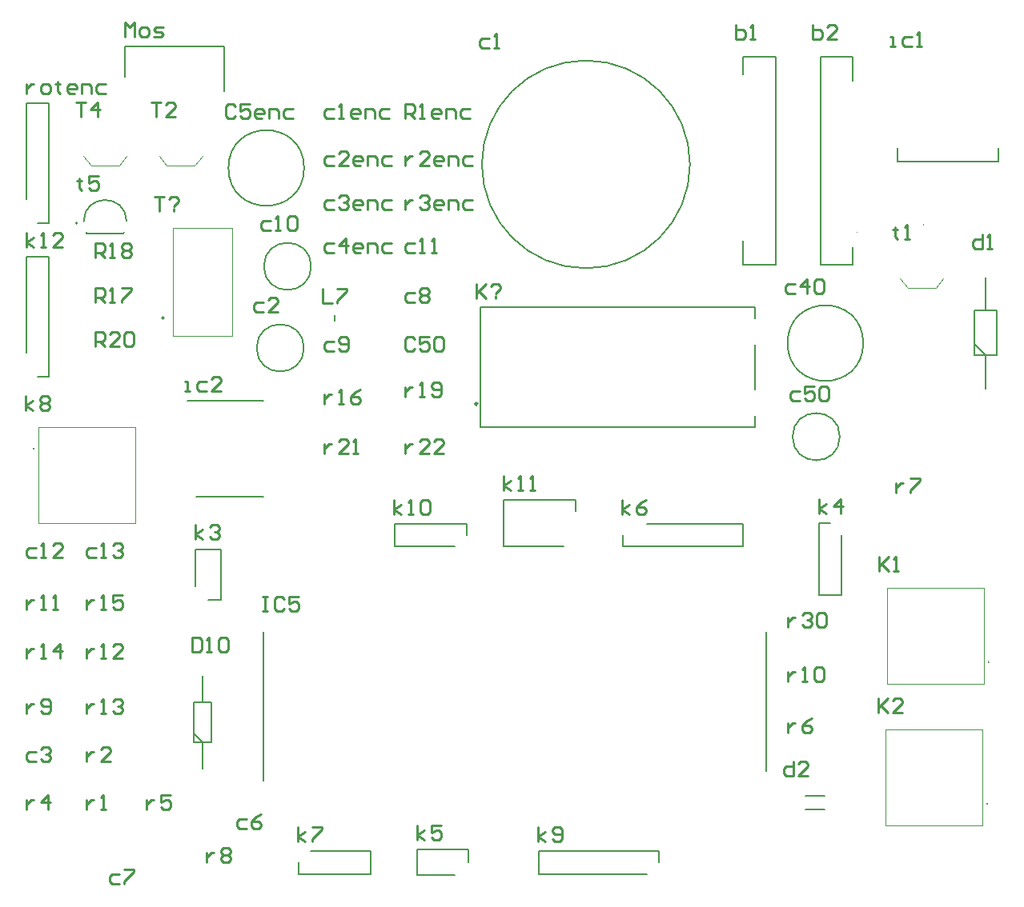
<source format=gbr>
G04*
G04 #@! TF.GenerationSoftware,Altium Limited,Altium Designer,22.4.2 (48)*
G04*
G04 Layer_Color=65535*
%FSLAX25Y25*%
%MOIN*%
G70*
G04*
G04 #@! TF.SameCoordinates,C5E8B2FC-1F32-4D00-A684-16CD1971BE58*
G04*
G04*
G04 #@! TF.FilePolarity,Positive*
G04*
G01*
G75*
%ADD10C,0.00984*%
%ADD11C,0.00787*%
%ADD12C,0.00394*%
%ADD13C,0.00500*%
%ADD14C,0.01000*%
D10*
X296035Y337744D02*
G03*
X296035Y337744I-492J0D01*
G01*
D11*
X384492Y437500D02*
G03*
X384492Y437500I-43307J0D01*
G01*
X226780Y395000D02*
G03*
X226780Y395000I-9843J0D01*
G01*
X223858Y436000D02*
G03*
X223858Y436000I-15748J0D01*
G01*
X223780Y361000D02*
G03*
X223780Y361000I-9843J0D01*
G01*
X508760Y229819D02*
G03*
X508760Y230213I0J197D01*
G01*
D02*
G03*
X508760Y229819I0J-197D01*
G01*
D02*
G03*
X508760Y230213I0J197D01*
G01*
X446906Y324000D02*
G03*
X446906Y324000I-9843J0D01*
G01*
X456638Y363000D02*
G03*
X456638Y363000I-15748J0D01*
G01*
X508260Y170819D02*
G03*
X508260Y171213I0J197D01*
G01*
D02*
G03*
X508260Y170819I0J-197D01*
G01*
D02*
G03*
X508260Y171213I0J197D01*
G01*
X129532Y413000D02*
G03*
X129532Y413000I-394J0D01*
G01*
X111240Y319181D02*
G03*
X111240Y318787I0J-197D01*
G01*
D02*
G03*
X111240Y319181I0J197D01*
G01*
D02*
G03*
X111240Y318787I0J-197D01*
G01*
X164689Y373500D02*
G03*
X165476Y373500I394J0D01*
G01*
D02*
G03*
X164689Y373500I-394J0D01*
G01*
X297413Y378000D02*
X411587D01*
Y328000D02*
Y332823D01*
Y343650D02*
Y362350D01*
Y373177D02*
Y378000D01*
X297413Y328000D02*
X411587D01*
X297413D02*
Y378000D01*
X366500Y287744D02*
X406500D01*
Y278256D02*
Y287744D01*
X356500Y278256D02*
X406500D01*
X356500D02*
Y283000D01*
X321500Y141756D02*
X366500D01*
X321500D02*
Y151244D01*
X371500D01*
Y146500D02*
Y151244D01*
X416248Y184500D02*
Y242500D01*
X206752Y180795D02*
Y242500D01*
X447744Y258000D02*
Y283000D01*
X438256Y258000D02*
X447744D01*
X438256D02*
Y288000D01*
X443000D01*
X261500Y278256D02*
X286500D01*
X261500D02*
Y287744D01*
X291500D01*
Y283000D02*
Y287744D01*
X337000Y293000D02*
Y297508D01*
X307000D02*
X337000D01*
X307000Y278492D02*
Y297508D01*
Y278492D02*
X332000D01*
X226500Y151244D02*
X251500D01*
Y141756D02*
Y151244D01*
X221500Y141756D02*
X251500D01*
X221500D02*
Y146500D01*
X292091D02*
Y151835D01*
X270909D02*
X292091D01*
X270909Y141165D02*
Y151835D01*
Y141165D02*
X286500D01*
X177858Y196665D02*
Y213398D01*
X185142D01*
Y196665D02*
Y213398D01*
X177858Y196665D02*
X185142D01*
X177858Y200307D02*
X181500Y196665D01*
Y185642D02*
Y196665D01*
Y213398D02*
Y224421D01*
X108256Y359000D02*
Y399000D01*
X117744D01*
Y349000D02*
Y399000D01*
X113000Y349000D02*
X117744D01*
X236657Y372319D02*
Y374681D01*
X108256Y423000D02*
Y463000D01*
X117744D01*
Y413000D02*
Y463000D01*
X113000Y413000D02*
X117744D01*
X184000Y255909D02*
X189335D01*
Y277091D01*
X178665D02*
X189335D01*
X178665Y261500D02*
Y277091D01*
X179000Y299000D02*
X207000D01*
X175346Y339000D02*
X207000D01*
X512984Y438563D02*
Y444350D01*
X471016Y438563D02*
X512984D01*
X471016D02*
Y444350D01*
X452362Y395594D02*
Y403016D01*
X438858Y395594D02*
X452362D01*
X438858D02*
Y482406D01*
X452362D01*
Y472307D02*
Y482406D01*
X406638Y474984D02*
Y482406D01*
X420142D01*
Y395594D02*
Y482406D01*
X406638Y395594D02*
X420142D01*
X406638D02*
Y405693D01*
X507500Y376496D02*
Y390374D01*
Y344114D02*
Y357992D01*
X502874Y362618D02*
X507500Y357992D01*
X502874D02*
X512126D01*
Y376496D01*
X502874D02*
X512126D01*
X502874Y357992D02*
Y376496D01*
X432563Y168547D02*
X440437D01*
X432563Y174453D02*
X440437D01*
X149252Y474000D02*
Y486579D01*
X190748D01*
Y468114D02*
Y486579D01*
D12*
X481764Y412461D02*
G03*
X481764Y412067I0J-197D01*
G01*
D02*
G03*
X481764Y412461I0J197D01*
G01*
X453905Y409000D02*
G03*
X454299Y409000I197J0D01*
G01*
D02*
G03*
X453905Y409000I-197J0D01*
G01*
X405094Y469000D02*
G03*
X404701Y469000I-197J0D01*
G01*
D02*
G03*
X405094Y469000I197J0D01*
G01*
X163484Y441055D02*
X166595Y437039D01*
X178405D01*
X181516Y440976D01*
X131984Y441118D02*
X135094Y437102D01*
X146906D01*
X150016Y441039D01*
X471984Y390055D02*
X475095Y386039D01*
X486905D01*
X490016Y389976D01*
X466437Y221000D02*
Y261000D01*
X506791D01*
Y221000D02*
Y261000D01*
X466437Y221000D02*
X506791D01*
X465937Y162000D02*
Y202000D01*
X506291D01*
Y162000D02*
Y202000D01*
X465937Y162000D02*
X506291D01*
X153563Y288000D02*
Y328000D01*
X113209Y288000D02*
X153563D01*
X113209D02*
Y328000D01*
X153563D01*
X169098Y410902D02*
X193902D01*
Y366098D02*
Y410902D01*
X169098Y366098D02*
X193902D01*
X169098D02*
Y410902D01*
D13*
X149908Y413748D02*
G03*
X132092Y413748I-8907J0D01*
G01*
X148608Y408650D02*
X148813Y409457D01*
X133187D02*
X133392Y408650D01*
X148608D01*
D14*
X161600Y423998D02*
X165599D01*
X163599D01*
Y418000D01*
X167598Y422998D02*
X168598Y423998D01*
X170597D01*
X171597Y422998D01*
Y421999D01*
X169597Y419999D01*
Y419000D02*
Y418000D01*
X130400Y431698D02*
Y430699D01*
X129400D01*
X131399D01*
X130400D01*
Y427700D01*
X131399Y426700D01*
X138397Y432698D02*
X134398D01*
Y429699D01*
X136398Y430699D01*
X137397D01*
X138397Y429699D01*
Y427700D01*
X137397Y426700D01*
X135398D01*
X134398Y427700D01*
X128900Y463298D02*
X132899D01*
X130899D01*
Y457300D01*
X137897D02*
Y463298D01*
X134898Y460299D01*
X138897D01*
X160400Y463198D02*
X164399D01*
X162399D01*
Y457200D01*
X170397D02*
X166398D01*
X170397Y461199D01*
Y462198D01*
X169397Y463198D01*
X167398D01*
X166398Y462198D01*
X469900Y411198D02*
Y410199D01*
X468900D01*
X470899D01*
X469900D01*
Y407200D01*
X470899Y406200D01*
X473898D02*
X475898D01*
X474898D01*
Y412198D01*
X473898Y411198D01*
X108200Y471099D02*
Y467100D01*
Y469099D01*
X109200Y470099D01*
X110199Y471099D01*
X111199D01*
X115198Y467100D02*
X117197D01*
X118197Y468100D01*
Y470099D01*
X117197Y471099D01*
X115198D01*
X114198Y470099D01*
Y468100D01*
X115198Y467100D01*
X121196Y472098D02*
Y471099D01*
X120196D01*
X122195D01*
X121196D01*
Y468100D01*
X122195Y467100D01*
X128193D02*
X126194D01*
X125195Y468100D01*
Y470099D01*
X126194Y471099D01*
X128193D01*
X129193Y470099D01*
Y469099D01*
X125195D01*
X131193Y467100D02*
Y471099D01*
X134192D01*
X135191Y470099D01*
Y467100D01*
X141189Y471099D02*
X138190D01*
X137191Y470099D01*
Y468100D01*
X138190Y467100D01*
X141189D01*
X425300Y248599D02*
Y244600D01*
Y246599D01*
X426300Y247599D01*
X427299Y248599D01*
X428299D01*
X431298Y249598D02*
X432298Y250598D01*
X434297D01*
X435297Y249598D01*
Y248599D01*
X434297Y247599D01*
X433297D01*
X434297D01*
X435297Y246599D01*
Y245600D01*
X434297Y244600D01*
X432298D01*
X431298Y245600D01*
X437296Y249598D02*
X438296Y250598D01*
X440295D01*
X441295Y249598D01*
Y245600D01*
X440295Y244600D01*
X438296D01*
X437296Y245600D01*
Y249598D01*
X265800Y321099D02*
Y317100D01*
Y319099D01*
X266800Y320099D01*
X267799Y321099D01*
X268799D01*
X275797Y317100D02*
X271798D01*
X275797Y321099D01*
Y322098D01*
X274797Y323098D01*
X272798D01*
X271798Y322098D01*
X281795Y317100D02*
X277796D01*
X281795Y321099D01*
Y322098D01*
X280795Y323098D01*
X278796D01*
X277796Y322098D01*
X232200Y321099D02*
Y317100D01*
Y319099D01*
X233200Y320099D01*
X234199Y321099D01*
X235199D01*
X242197Y317100D02*
X238198D01*
X242197Y321099D01*
Y322098D01*
X241197Y323098D01*
X239198D01*
X238198Y322098D01*
X244196Y317100D02*
X246196D01*
X245196D01*
Y323098D01*
X244196Y322098D01*
X136800Y361600D02*
Y367598D01*
X139799D01*
X140799Y366598D01*
Y364599D01*
X139799Y363599D01*
X136800D01*
X138799D02*
X140799Y361600D01*
X146797D02*
X142798D01*
X146797Y365599D01*
Y366598D01*
X145797Y367598D01*
X143798D01*
X142798Y366598D01*
X148796D02*
X149796Y367598D01*
X151795D01*
X152795Y366598D01*
Y362600D01*
X151795Y361600D01*
X149796D01*
X148796Y362600D01*
Y366598D01*
X265800Y344599D02*
Y340600D01*
Y342599D01*
X266800Y343599D01*
X267799Y344599D01*
X268799D01*
X271798Y340600D02*
X273797D01*
X272798D01*
Y346598D01*
X271798Y345598D01*
X276796Y341600D02*
X277796Y340600D01*
X279796D01*
X280795Y341600D01*
Y345598D01*
X279796Y346598D01*
X277796D01*
X276796Y345598D01*
Y344599D01*
X277796Y343599D01*
X280795D01*
X136800Y398600D02*
Y404598D01*
X139799D01*
X140799Y403598D01*
Y401599D01*
X139799Y400599D01*
X136800D01*
X138799D02*
X140799Y398600D01*
X142798D02*
X144797D01*
X143798D01*
Y404598D01*
X142798Y403598D01*
X147796D02*
X148796Y404598D01*
X150795D01*
X151795Y403598D01*
Y402599D01*
X150795Y401599D01*
X151795Y400599D01*
Y399600D01*
X150795Y398600D01*
X148796D01*
X147796Y399600D01*
Y400599D01*
X148796Y401599D01*
X147796Y402599D01*
Y403598D01*
X148796Y401599D02*
X150795D01*
X136800Y380100D02*
Y386098D01*
X139799D01*
X140799Y385098D01*
Y383099D01*
X139799Y382099D01*
X136800D01*
X138799D02*
X140799Y380100D01*
X142798D02*
X144797D01*
X143798D01*
Y386098D01*
X142798Y385098D01*
X147796Y386098D02*
X151795D01*
Y385098D01*
X147796Y381100D01*
Y380100D01*
X232200Y341599D02*
Y337600D01*
Y339599D01*
X233200Y340599D01*
X234199Y341599D01*
X235199D01*
X238198Y337600D02*
X240197D01*
X239198D01*
Y343598D01*
X238198Y342598D01*
X247195Y343598D02*
X245196Y342598D01*
X243196Y340599D01*
Y338600D01*
X244196Y337600D01*
X246196D01*
X247195Y338600D01*
Y339599D01*
X246196Y340599D01*
X243196D01*
X133300Y256099D02*
Y252100D01*
Y254099D01*
X134300Y255099D01*
X135299Y256099D01*
X136299D01*
X139298Y252100D02*
X141297D01*
X140298D01*
Y258098D01*
X139298Y257098D01*
X148295Y258098D02*
X144296D01*
Y255099D01*
X146296Y256099D01*
X147295D01*
X148295Y255099D01*
Y253100D01*
X147295Y252100D01*
X145296D01*
X144296Y253100D01*
X108400Y235599D02*
Y231600D01*
Y233599D01*
X109400Y234599D01*
X110399Y235599D01*
X111399D01*
X114398Y231600D02*
X116397D01*
X115398D01*
Y237598D01*
X114398Y236598D01*
X122396Y231600D02*
Y237598D01*
X119396Y234599D01*
X123395D01*
X133300Y212599D02*
Y208600D01*
Y210599D01*
X134300Y211599D01*
X135299Y212599D01*
X136299D01*
X139298Y208600D02*
X141297D01*
X140298D01*
Y214598D01*
X139298Y213598D01*
X144296D02*
X145296Y214598D01*
X147295D01*
X148295Y213598D01*
Y212599D01*
X147295Y211599D01*
X146296D01*
X147295D01*
X148295Y210599D01*
Y209600D01*
X147295Y208600D01*
X145296D01*
X144296Y209600D01*
X133300Y235599D02*
Y231600D01*
Y233599D01*
X134300Y234599D01*
X135299Y235599D01*
X136299D01*
X139298Y231600D02*
X141297D01*
X140298D01*
Y237598D01*
X139298Y236598D01*
X148295Y231600D02*
X144296D01*
X148295Y235599D01*
Y236598D01*
X147295Y237598D01*
X145296D01*
X144296Y236598D01*
X108400Y256099D02*
Y252100D01*
Y254099D01*
X109400Y255099D01*
X110399Y256099D01*
X111399D01*
X114398Y252100D02*
X116397D01*
X115398D01*
Y258098D01*
X114398Y257098D01*
X119396Y252100D02*
X121396D01*
X120396D01*
Y258098D01*
X119396Y257098D01*
X425300Y226099D02*
Y222100D01*
Y224099D01*
X426300Y225099D01*
X427299Y226099D01*
X428299D01*
X431298Y222100D02*
X433297D01*
X432298D01*
Y228098D01*
X431298Y227098D01*
X436296D02*
X437296Y228098D01*
X439295D01*
X440295Y227098D01*
Y223100D01*
X439295Y222100D01*
X437296D01*
X436296Y223100D01*
Y227098D01*
X108400Y212599D02*
Y208600D01*
Y210599D01*
X109400Y211599D01*
X110399Y212599D01*
X111399D01*
X114398Y209600D02*
X115398Y208600D01*
X117397D01*
X118397Y209600D01*
Y213598D01*
X117397Y214598D01*
X115398D01*
X114398Y213598D01*
Y212599D01*
X115398Y211599D01*
X118397D01*
X183300Y150599D02*
Y146600D01*
Y148599D01*
X184300Y149599D01*
X185299Y150599D01*
X186299D01*
X189298Y151598D02*
X190298Y152598D01*
X192297D01*
X193297Y151598D01*
Y150599D01*
X192297Y149599D01*
X193297Y148599D01*
Y147600D01*
X192297Y146600D01*
X190298D01*
X189298Y147600D01*
Y148599D01*
X190298Y149599D01*
X189298Y150599D01*
Y151598D01*
X190298Y149599D02*
X192297D01*
X470200Y304599D02*
Y300600D01*
Y302599D01*
X471200Y303599D01*
X472199Y304599D01*
X473199D01*
X476198Y306598D02*
X480197D01*
Y305598D01*
X476198Y301600D01*
Y300600D01*
X425300Y204599D02*
Y200600D01*
Y202599D01*
X426300Y203599D01*
X427299Y204599D01*
X428299D01*
X435297Y206598D02*
X433297Y205598D01*
X431298Y203599D01*
Y201600D01*
X432298Y200600D01*
X434297D01*
X435297Y201600D01*
Y202599D01*
X434297Y203599D01*
X431298D01*
X158400Y172599D02*
Y168600D01*
Y170599D01*
X159400Y171599D01*
X160399Y172599D01*
X161399D01*
X168397Y174598D02*
X164398D01*
Y171599D01*
X166397Y172599D01*
X167397D01*
X168397Y171599D01*
Y169600D01*
X167397Y168600D01*
X165398D01*
X164398Y169600D01*
X108400Y172599D02*
Y168600D01*
Y170599D01*
X109400Y171599D01*
X110399Y172599D01*
X111399D01*
X117397Y168600D02*
Y174598D01*
X114398Y171599D01*
X118397D01*
X265800Y422599D02*
Y418600D01*
Y420599D01*
X266800Y421599D01*
X267799Y422599D01*
X268799D01*
X271798Y423598D02*
X272798Y424598D01*
X274797D01*
X275797Y423598D01*
Y422599D01*
X274797Y421599D01*
X273797D01*
X274797D01*
X275797Y420599D01*
Y419600D01*
X274797Y418600D01*
X272798D01*
X271798Y419600D01*
X280795Y418600D02*
X278796D01*
X277796Y419600D01*
Y421599D01*
X278796Y422599D01*
X280795D01*
X281795Y421599D01*
Y420599D01*
X277796D01*
X283794Y418600D02*
Y422599D01*
X286793D01*
X287793Y421599D01*
Y418600D01*
X293791Y422599D02*
X290792D01*
X289792Y421599D01*
Y419600D01*
X290792Y418600D01*
X293791D01*
X133300Y192599D02*
Y188600D01*
Y190599D01*
X134300Y191599D01*
X135299Y192599D01*
X136299D01*
X143297Y188600D02*
X139298D01*
X143297Y192599D01*
Y193598D01*
X142297Y194598D01*
X140298D01*
X139298Y193598D01*
X265800Y441099D02*
Y437100D01*
Y439099D01*
X266800Y440099D01*
X267799Y441099D01*
X268799D01*
X275797Y437100D02*
X271798D01*
X275797Y441099D01*
Y442098D01*
X274797Y443098D01*
X272798D01*
X271798Y442098D01*
X280795Y437100D02*
X278796D01*
X277796Y438100D01*
Y440099D01*
X278796Y441099D01*
X280795D01*
X281795Y440099D01*
Y439099D01*
X277796D01*
X283794Y437100D02*
Y441099D01*
X286793D01*
X287793Y440099D01*
Y437100D01*
X293791Y441099D02*
X290792D01*
X289792Y440099D01*
Y438100D01*
X290792Y437100D01*
X293791D01*
X133300Y172599D02*
Y168600D01*
Y170599D01*
X134300Y171599D01*
X135299Y172599D01*
X136299D01*
X139298Y168600D02*
X141297D01*
X140298D01*
Y174598D01*
X139298Y173598D01*
X265800Y456600D02*
Y462598D01*
X268799D01*
X269799Y461598D01*
Y459599D01*
X268799Y458599D01*
X265800D01*
X267799D02*
X269799Y456600D01*
X271798D02*
X273797D01*
X272798D01*
Y462598D01*
X271798Y461598D01*
X279796Y456600D02*
X277796D01*
X276796Y457600D01*
Y459599D01*
X277796Y460599D01*
X279796D01*
X280795Y459599D01*
Y458599D01*
X276796D01*
X282794Y456600D02*
Y460599D01*
X285793D01*
X286793Y459599D01*
Y456600D01*
X292791Y460599D02*
X289792D01*
X288793Y459599D01*
Y457600D01*
X289792Y456600D01*
X292791D01*
X149200Y490700D02*
Y496698D01*
X151199Y494699D01*
X153199Y496698D01*
Y490700D01*
X156198D02*
X158197D01*
X159197Y491700D01*
Y493699D01*
X158197Y494699D01*
X156198D01*
X155198Y493699D01*
Y491700D01*
X156198Y490700D01*
X161196D02*
X164195D01*
X165195Y491700D01*
X164195Y492699D01*
X162196D01*
X161196Y493699D01*
X162196Y494699D01*
X165195D01*
X231700Y385598D02*
Y379600D01*
X235699D01*
X237698Y385598D02*
X241697D01*
Y384598D01*
X237698Y380600D01*
Y379600D01*
X295600Y387798D02*
Y381800D01*
Y383799D01*
X299599Y387798D01*
X296600Y384799D01*
X299599Y381800D01*
X301598Y386798D02*
X302598Y387798D01*
X304597D01*
X305597Y386798D01*
Y385799D01*
X303597Y383799D01*
Y382800D02*
Y381800D01*
X108200Y403100D02*
Y409098D01*
Y405099D02*
X111199Y407099D01*
X108200Y405099D02*
X111199Y403100D01*
X114198D02*
X116197D01*
X115198D01*
Y409098D01*
X114198Y408098D01*
X123195Y403100D02*
X119196D01*
X123195Y407099D01*
Y408098D01*
X122195Y409098D01*
X120196D01*
X119196Y408098D01*
X306900Y301600D02*
Y307598D01*
Y303599D02*
X309899Y305599D01*
X306900Y303599D02*
X309899Y301600D01*
X312898D02*
X314897D01*
X313898D01*
Y307598D01*
X312898Y306598D01*
X317896Y301600D02*
X319896D01*
X318896D01*
Y307598D01*
X317896Y306598D01*
X261400Y291800D02*
Y297798D01*
Y293799D02*
X264399Y295799D01*
X261400Y293799D02*
X264399Y291800D01*
X267398D02*
X269397D01*
X268398D01*
Y297798D01*
X267398Y296798D01*
X272396D02*
X273396Y297798D01*
X275395D01*
X276395Y296798D01*
Y292800D01*
X275395Y291800D01*
X273396D01*
X272396Y292800D01*
Y296798D01*
X321400Y155300D02*
Y161298D01*
Y157299D02*
X324399Y159299D01*
X321400Y157299D02*
X324399Y155300D01*
X327398Y156300D02*
X328398Y155300D01*
X330397D01*
X331397Y156300D01*
Y160298D01*
X330397Y161298D01*
X328398D01*
X327398Y160298D01*
Y159299D01*
X328398Y158299D01*
X331397D01*
X107900Y335100D02*
Y341098D01*
Y337099D02*
X110899Y339099D01*
X107900Y337099D02*
X110899Y335100D01*
X113898Y340098D02*
X114898Y341098D01*
X116897D01*
X117897Y340098D01*
Y339099D01*
X116897Y338099D01*
X117897Y337099D01*
Y336100D01*
X116897Y335100D01*
X114898D01*
X113898Y336100D01*
Y337099D01*
X114898Y338099D01*
X113898Y339099D01*
Y340098D01*
X114898Y338099D02*
X116897D01*
X221400Y155300D02*
Y161298D01*
Y157299D02*
X224399Y159299D01*
X221400Y157299D02*
X224399Y155300D01*
X227398Y161298D02*
X231397D01*
Y160298D01*
X227398Y156300D01*
Y155300D01*
X356400Y291800D02*
Y297798D01*
Y293799D02*
X359399Y295799D01*
X356400Y293799D02*
X359399Y291800D01*
X366397Y297798D02*
X364397Y296798D01*
X362398Y294799D01*
Y292800D01*
X363398Y291800D01*
X365397D01*
X366397Y292800D01*
Y293799D01*
X365397Y294799D01*
X362398D01*
X270800Y155900D02*
Y161898D01*
Y157899D02*
X273799Y159899D01*
X270800Y157899D02*
X273799Y155900D01*
X280797Y161898D02*
X276798D01*
Y158899D01*
X278797Y159899D01*
X279797D01*
X280797Y158899D01*
Y156900D01*
X279797Y155900D01*
X277798D01*
X276798Y156900D01*
X438200Y292100D02*
Y298098D01*
Y294099D02*
X441199Y296099D01*
X438200Y294099D02*
X441199Y292100D01*
X447197D02*
Y298098D01*
X444198Y295099D01*
X448197D01*
X178600Y281200D02*
Y287198D01*
Y283199D02*
X181599Y285199D01*
X178600Y283199D02*
X181599Y281200D01*
X184598Y286198D02*
X185598Y287198D01*
X187597D01*
X188597Y286198D01*
Y285199D01*
X187597Y284199D01*
X186597D01*
X187597D01*
X188597Y283199D01*
Y282200D01*
X187597Y281200D01*
X185598D01*
X184598Y282200D01*
X462800Y215098D02*
Y209100D01*
Y211099D01*
X466799Y215098D01*
X463800Y212099D01*
X466799Y209100D01*
X472797D02*
X468798D01*
X472797Y213099D01*
Y214098D01*
X471797Y215098D01*
X469798D01*
X468798Y214098D01*
X463300Y274098D02*
Y268100D01*
Y270099D01*
X467299Y274098D01*
X464300Y271099D01*
X467299Y268100D01*
X469298D02*
X471297D01*
X470298D01*
Y274098D01*
X469298Y273098D01*
X206700Y257198D02*
X208699D01*
X207700D01*
Y251200D01*
X206700D01*
X208699D01*
X215697Y256198D02*
X214697Y257198D01*
X212698D01*
X211698Y256198D01*
Y252200D01*
X212698Y251200D01*
X214697D01*
X215697Y252200D01*
X221695Y257198D02*
X217696D01*
Y254199D01*
X219696Y255199D01*
X220695D01*
X221695Y254199D01*
Y252200D01*
X220695Y251200D01*
X218696D01*
X217696Y252200D01*
X174400Y343100D02*
X176399D01*
X175400D01*
Y347099D01*
X174400D01*
X183397D02*
X180398D01*
X179398Y346099D01*
Y344100D01*
X180398Y343100D01*
X183397D01*
X189395D02*
X185396D01*
X189395Y347099D01*
Y348098D01*
X188396Y349098D01*
X186396D01*
X185396Y348098D01*
X467800Y486700D02*
X469799D01*
X468800D01*
Y490699D01*
X467800D01*
X476797D02*
X473798D01*
X472798Y489699D01*
Y487700D01*
X473798Y486700D01*
X476797D01*
X478796D02*
X480796D01*
X479796D01*
Y492698D01*
X478796Y491698D01*
X177400Y240398D02*
Y234400D01*
X180399D01*
X181399Y235400D01*
Y239398D01*
X180399Y240398D01*
X177400D01*
X183398Y234400D02*
X185397D01*
X184398D01*
Y240398D01*
X183398Y239398D01*
X188396D02*
X189396Y240398D01*
X191395D01*
X192395Y239398D01*
Y235400D01*
X191395Y234400D01*
X189396D01*
X188396Y235400D01*
Y239398D01*
X427499Y188598D02*
Y182600D01*
X424500D01*
X423500Y183600D01*
Y185599D01*
X424500Y186599D01*
X427499D01*
X433497Y182600D02*
X429498D01*
X433497Y186599D01*
Y187598D01*
X432497Y188598D01*
X430498D01*
X429498Y187598D01*
X506399Y408298D02*
Y402300D01*
X503400D01*
X502400Y403300D01*
Y405299D01*
X503400Y406299D01*
X506399D01*
X508398Y402300D02*
X510397D01*
X509398D01*
Y408298D01*
X508398Y407298D01*
X269799Y364598D02*
X268799Y365598D01*
X266800D01*
X265800Y364598D01*
Y360600D01*
X266800Y359600D01*
X268799D01*
X269799Y360600D01*
X275797Y365598D02*
X271798D01*
Y362599D01*
X273797Y363599D01*
X274797D01*
X275797Y362599D01*
Y360600D01*
X274797Y359600D01*
X272798D01*
X271798Y360600D01*
X277796Y364598D02*
X278796Y365598D01*
X280795D01*
X281795Y364598D01*
Y360600D01*
X280795Y359600D01*
X278796D01*
X277796Y360600D01*
Y364598D01*
X430199Y342899D02*
X427200D01*
X426200Y341899D01*
Y339900D01*
X427200Y338900D01*
X430199D01*
X436197Y344898D02*
X432198D01*
Y341899D01*
X434197Y342899D01*
X435197D01*
X436197Y341899D01*
Y339900D01*
X435197Y338900D01*
X433198D01*
X432198Y339900D01*
X438196Y343898D02*
X439196Y344898D01*
X441195D01*
X442195Y343898D01*
Y339900D01*
X441195Y338900D01*
X439196D01*
X438196Y339900D01*
Y343898D01*
X428099Y387799D02*
X425100D01*
X424100Y386799D01*
Y384800D01*
X425100Y383800D01*
X428099D01*
X433097D02*
Y389798D01*
X430098Y386799D01*
X434097D01*
X436096Y388798D02*
X437096Y389798D01*
X439095D01*
X440095Y388798D01*
Y384800D01*
X439095Y383800D01*
X437096D01*
X436096Y384800D01*
Y388798D01*
X137299Y277599D02*
X134300D01*
X133300Y276599D01*
Y274600D01*
X134300Y273600D01*
X137299D01*
X139298D02*
X141297D01*
X140298D01*
Y279598D01*
X139298Y278598D01*
X144296D02*
X145296Y279598D01*
X147295D01*
X148295Y278598D01*
Y277599D01*
X147295Y276599D01*
X146296D01*
X147295D01*
X148295Y275599D01*
Y274600D01*
X147295Y273600D01*
X145296D01*
X144296Y274600D01*
X112399Y277599D02*
X109400D01*
X108400Y276599D01*
Y274600D01*
X109400Y273600D01*
X112399D01*
X114398D02*
X116397D01*
X115398D01*
Y279598D01*
X114398Y278598D01*
X123395Y273600D02*
X119396D01*
X123395Y277599D01*
Y278598D01*
X122396Y279598D01*
X120396D01*
X119396Y278598D01*
X269799Y404599D02*
X266800D01*
X265800Y403599D01*
Y401600D01*
X266800Y400600D01*
X269799D01*
X271798D02*
X273797D01*
X272798D01*
Y406598D01*
X271798Y405598D01*
X276796Y400600D02*
X278796D01*
X277796D01*
Y406598D01*
X276796Y405598D01*
X209999Y413899D02*
X207000D01*
X206000Y412899D01*
Y410900D01*
X207000Y409900D01*
X209999D01*
X211998D02*
X213997D01*
X212998D01*
Y415898D01*
X211998Y414898D01*
X216996D02*
X217996Y415898D01*
X219995D01*
X220995Y414898D01*
Y410900D01*
X219995Y409900D01*
X217996D01*
X216996Y410900D01*
Y414898D01*
X236199Y363599D02*
X233200D01*
X232200Y362599D01*
Y360600D01*
X233200Y359600D01*
X236199D01*
X238198Y360600D02*
X239198Y359600D01*
X241197D01*
X242197Y360600D01*
Y364598D01*
X241197Y365598D01*
X239198D01*
X238198Y364598D01*
Y363599D01*
X239198Y362599D01*
X242197D01*
X269799Y384099D02*
X266800D01*
X265800Y383099D01*
Y381100D01*
X266800Y380100D01*
X269799D01*
X271798Y385098D02*
X272798Y386098D01*
X274797D01*
X275797Y385098D01*
Y384099D01*
X274797Y383099D01*
X275797Y382099D01*
Y381100D01*
X274797Y380100D01*
X272798D01*
X271798Y381100D01*
Y382099D01*
X272798Y383099D01*
X271798Y384099D01*
Y385098D01*
X272798Y383099D02*
X274797D01*
X147000Y141500D02*
X144001D01*
X143002Y140500D01*
Y138501D01*
X144001Y137501D01*
X147000D01*
X149000Y143499D02*
X152998D01*
Y142499D01*
X149000Y138501D01*
Y137501D01*
X200000Y164500D02*
X197001D01*
X196002Y163500D01*
Y161501D01*
X197001Y160501D01*
X200000D01*
X205998Y166499D02*
X203999Y165499D01*
X202000Y163500D01*
Y161501D01*
X202999Y160501D01*
X204999D01*
X205998Y161501D01*
Y162500D01*
X204999Y163500D01*
X202000D01*
X195299Y461798D02*
X194299Y462798D01*
X192300D01*
X191300Y461798D01*
Y457800D01*
X192300Y456800D01*
X194299D01*
X195299Y457800D01*
X201297Y462798D02*
X197298D01*
Y459799D01*
X199297Y460799D01*
X200297D01*
X201297Y459799D01*
Y457800D01*
X200297Y456800D01*
X198298D01*
X197298Y457800D01*
X206295Y456800D02*
X204296D01*
X203296Y457800D01*
Y459799D01*
X204296Y460799D01*
X206295D01*
X207295Y459799D01*
Y458799D01*
X203296D01*
X209294Y456800D02*
Y460799D01*
X212293D01*
X213293Y459799D01*
Y456800D01*
X219291Y460799D02*
X216292D01*
X215292Y459799D01*
Y457800D01*
X216292Y456800D01*
X219291D01*
X236199Y404599D02*
X233200D01*
X232200Y403599D01*
Y401600D01*
X233200Y400600D01*
X236199D01*
X241197D02*
Y406598D01*
X238198Y403599D01*
X242197D01*
X247195Y400600D02*
X245196D01*
X244196Y401600D01*
Y403599D01*
X245196Y404599D01*
X247195D01*
X248195Y403599D01*
Y402599D01*
X244196D01*
X250194Y400600D02*
Y404599D01*
X253193D01*
X254193Y403599D01*
Y400600D01*
X260191Y404599D02*
X257192D01*
X256192Y403599D01*
Y401600D01*
X257192Y400600D01*
X260191D01*
X112399Y192599D02*
X109400D01*
X108400Y191599D01*
Y189600D01*
X109400Y188600D01*
X112399D01*
X114398Y193598D02*
X115398Y194598D01*
X117397D01*
X118397Y193598D01*
Y192599D01*
X117397Y191599D01*
X116397D01*
X117397D01*
X118397Y190599D01*
Y189600D01*
X117397Y188600D01*
X115398D01*
X114398Y189600D01*
X236199Y422599D02*
X233200D01*
X232200Y421599D01*
Y419600D01*
X233200Y418600D01*
X236199D01*
X238198Y423598D02*
X239198Y424598D01*
X241197D01*
X242197Y423598D01*
Y422599D01*
X241197Y421599D01*
X240197D01*
X241197D01*
X242197Y420599D01*
Y419600D01*
X241197Y418600D01*
X239198D01*
X238198Y419600D01*
X247195Y418600D02*
X245196D01*
X244196Y419600D01*
Y421599D01*
X245196Y422599D01*
X247195D01*
X248195Y421599D01*
Y420599D01*
X244196D01*
X250194Y418600D02*
Y422599D01*
X253193D01*
X254193Y421599D01*
Y418600D01*
X260191Y422599D02*
X257192D01*
X256192Y421599D01*
Y419600D01*
X257192Y418600D01*
X260191D01*
X206999Y379899D02*
X204000D01*
X203000Y378899D01*
Y376900D01*
X204000Y375900D01*
X206999D01*
X212997D02*
X208998D01*
X212997Y379899D01*
Y380898D01*
X211997Y381898D01*
X209998D01*
X208998Y380898D01*
X236199Y441099D02*
X233200D01*
X232200Y440099D01*
Y438100D01*
X233200Y437100D01*
X236199D01*
X242197D02*
X238198D01*
X242197Y441099D01*
Y442098D01*
X241197Y443098D01*
X239198D01*
X238198Y442098D01*
X247195Y437100D02*
X245196D01*
X244196Y438100D01*
Y440099D01*
X245196Y441099D01*
X247195D01*
X248195Y440099D01*
Y439099D01*
X244196D01*
X250194Y437100D02*
Y441099D01*
X253193D01*
X254193Y440099D01*
Y437100D01*
X260191Y441099D02*
X257192D01*
X256192Y440099D01*
Y438100D01*
X257192Y437100D01*
X260191D01*
X300799Y489899D02*
X297800D01*
X296800Y488899D01*
Y486900D01*
X297800Y485900D01*
X300799D01*
X302798D02*
X304797D01*
X303798D01*
Y491898D01*
X302798Y490898D01*
X236199Y460599D02*
X233200D01*
X232200Y459599D01*
Y457600D01*
X233200Y456600D01*
X236199D01*
X238198D02*
X240197D01*
X239198D01*
Y462598D01*
X238198Y461598D01*
X246196Y456600D02*
X244196D01*
X243196Y457600D01*
Y459599D01*
X244196Y460599D01*
X246196D01*
X247195Y459599D01*
Y458599D01*
X243196D01*
X249195Y456600D02*
Y460599D01*
X252193D01*
X253193Y459599D01*
Y456600D01*
X259191Y460599D02*
X256192D01*
X255193Y459599D01*
Y457600D01*
X256192Y456600D01*
X259191D01*
X435700Y495498D02*
Y489500D01*
X438699D01*
X439699Y490500D01*
Y491499D01*
Y492499D01*
X438699Y493499D01*
X435700D01*
X445697Y489500D02*
X441698D01*
X445697Y493499D01*
Y494498D01*
X444697Y495498D01*
X442698D01*
X441698Y494498D01*
X403500Y495498D02*
Y489500D01*
X406499D01*
X407499Y490500D01*
Y491499D01*
Y492499D01*
X406499Y493499D01*
X403500D01*
X409498Y489500D02*
X411497D01*
X410498D01*
Y495498D01*
X409498Y494498D01*
M02*

</source>
